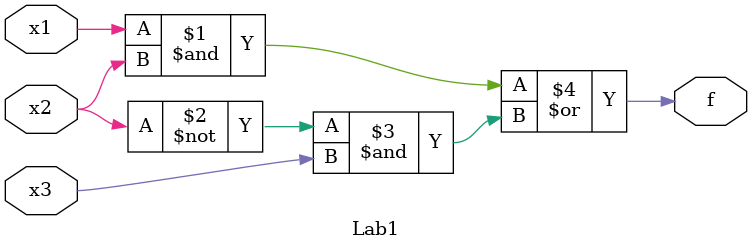
<source format=v>
module Lab1(f, x1, x2, x3);
	input x1, x2, x3;
	output f;
	//Behavioral representation
	assign f = (x1 & x2) | (~x2 & x3);
endmodule

</source>
